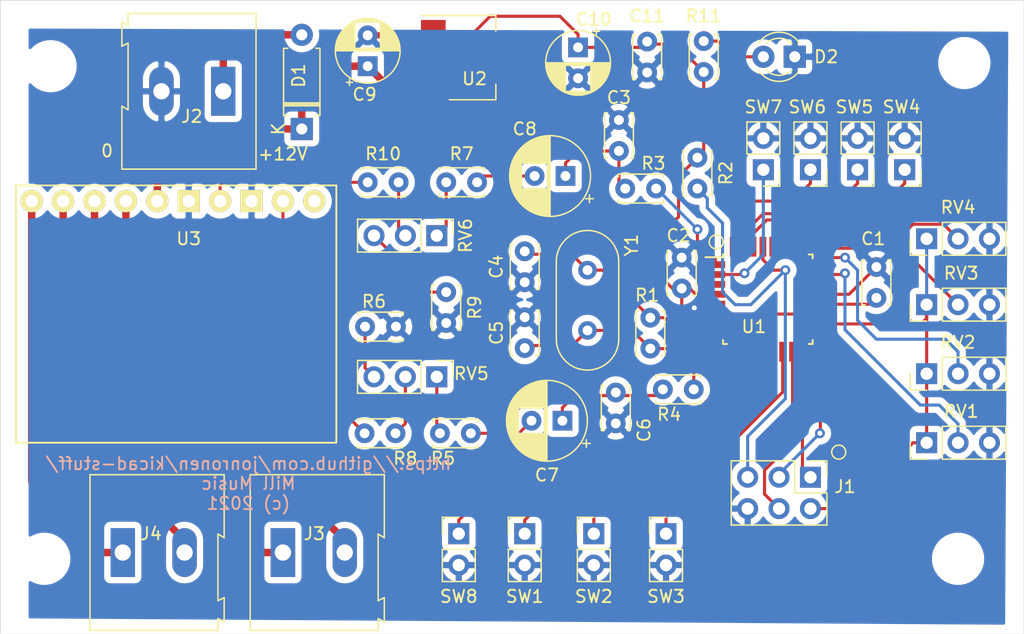
<source format=kicad_pcb>
(kicad_pcb (version 20171130) (host pcbnew 5.1.5+dfsg1-2build2)
  (layers (0 F.Cu signal) (31 B.Cu signal) (34 B.Paste user) (35 F.Paste user) (36 B.SilkS user) (37 F.SilkS user) (38 B.Mask user) (39 F.Mask user) (44 Edge.Cuts user))
  (net 0 "")
  (net 1 "Net-(C1-Pad1)")
  (net 2 GND)
  (net 3 +5V)
  (net 4 "Net-(C3-Pad1)")
  (net 5 "Net-(C4-Pad2)")
  (net 6 "Net-(C5-Pad2)")
  (net 7 "Net-(C6-Pad1)")
  (net 8 "Net-(C7-Pad2)")
  (net 9 "Net-(C8-Pad2)")
  (net 10 +12V)
  (net 11 "Net-(D1-Pad2)")
  (net 12 "Net-(D2-Pad2)")
  (net 13 "Net-(J1-Pad1)")
  (net 14 "Net-(J1-Pad3)")
  (net 15 "Net-(J1-Pad4)")
  (net 16 "Net-(J1-Pad5)")
  (net 17 "Net-(J3-Pad2)")
  (net 18 "Net-(J3-Pad1)")
  (net 19 "Net-(J4-Pad1)")
  (net 20 "Net-(J4-Pad2)")
  (net 21 "Net-(R3-Pad2)")
  (net 22 "Net-(R4-Pad2)")
  (net 23 "Net-(R5-Pad1)")
  (net 24 "Net-(R6-Pad2)")
  (net 25 "Net-(R7-Pad1)")
  (net 26 "Net-(R8-Pad2)")
  (net 27 "Net-(R8-Pad1)")
  (net 28 "Net-(R9-Pad1)")
  (net 29 "Net-(R10-Pad1)")
  (net 30 "Net-(R10-Pad2)")
  (net 31 /ADC0)
  (net 32 /ADC1)
  (net 33 /ADC2)
  (net 34 /ADC3)
  (net 35 /BTN1)
  (net 36 /BTN2)
  (net 37 /BTN3)
  (net 38 /BTN4)
  (net 39 /BTN5)
  (net 40 /BTN6)
  (net 41 /BTN7)
  (net 42 /BTN8)
  (net 43 "Net-(U1-Pad11)")
  (net 44 "Net-(U1-Pad19)")
  (net 45 "Net-(U1-Pad22)")
  (net 46 "Net-(U1-Pad27)")
  (net 47 "Net-(U1-Pad28)")
  (net 48 "Net-(U3-Pad10)")
  (module Capacitor_THT:C_Disc_D3.4mm_W2.1mm_P2.50mm (layer F.Cu) (at 164.084 90.17 90)
    (fp_text reference C3 (at 4.318 0 180) (layer F.SilkS))
    (fp_text value 33nF hide)
    (pad 2 thru_hole circle (at 2.5 0 90) (size 1.6 1.6) (drill 0.8) (layers *.Cu *.Mask) (net 2 GND))
    (pad 1 thru_hole circle (at 0 0 90) (size 1.6 1.6) (drill 0.8) (layers *.Cu *.Mask) (net 4 "Net-(C3-Pad1)"))
  )
  (module Connector_PinHeader_2.54mm:PinHeader_1x03_P2.54mm_Vertical (layer F.Cu) (at 188.976 102.616 90)
    (fp_text reference RV3 (at 2.54 2.794 180) (layer F.SilkS))
    (fp_text value 47K hide)
    (pad 1 thru_hole rect (at 0 0 90) (size 1.7 1.7) (drill 1) (layers *.Cu *.Mask) (net 3 +5V))
    (pad 2 thru_hole oval (at 0 2.54 90) (size 1.7 1.7) (drill 1) (layers *.Cu *.Mask) (net 33 /ADC2))
    (pad 3 thru_hole oval (at 0 5.08 90) (size 1.7 1.7) (drill 1) (layers *.Cu *.Mask) (net 2 GND))
  )
  (module Capacitor_THT:CP_Radial_D6.3mm_P2.50mm (layer F.Cu) (at 159.512 112.014 180)
    (fp_text reference C7 (at 1.25 -4.4) (layer F.SilkS))
    (fp_text value 100uF hide)
    (pad 1 thru_hole rect (at 0 0 180) (size 1.6 1.6) (drill 0.8) (layers *.Cu *.Mask) (net 7 "Net-(C6-Pad1)"))
    (pad 2 thru_hole circle (at 2.5 0 180) (size 1.6 1.6) (drill 0.8) (layers *.Cu *.Mask) (net 8 "Net-(C7-Pad2)"))
  )
  (module Capacitor_THT:CP_Radial_D6.3mm_P2.50mm (layer F.Cu) (at 159.766 92.202 180)
    (fp_text reference C8 (at 3.302 3.81) (layer F.SilkS))
    (fp_text value 100uF hide)
    (pad 2 thru_hole circle (at 2.5 0 180) (size 1.6 1.6) (drill 0.8) (layers *.Cu *.Mask) (net 9 "Net-(C8-Pad2)"))
    (pad 1 thru_hole rect (at 0 0 180) (size 1.6 1.6) (drill 0.8) (layers *.Cu *.Mask) (net 4 "Net-(C3-Pad1)"))
  )
  (module Capacitor_THT:CP_Radial_D5.0mm_P2.50mm (layer F.Cu) (at 143.764 83.312 90)
    (fp_text reference C9 (at -2.286 -0.254 180) (layer F.SilkS))
    (fp_text value 47uF hide)
    (pad 1 thru_hole rect (at 0 0 90) (size 1.6 1.6) (drill 0.8) (layers *.Cu *.Mask) (net 10 +12V))
    (pad 2 thru_hole circle (at 2.5 0 90) (size 1.6 1.6) (drill 0.8) (layers *.Cu *.Mask) (net 2 GND))
  )
  (module Capacitor_THT:CP_Radial_D5.0mm_P2.50mm (layer F.Cu) (at 160.782 81.788 270)
    (fp_text reference C10 (at -2.286 -1.27 180) (layer F.SilkS))
    (fp_text value 47uF hide)
    (pad 2 thru_hole circle (at 2.5 0 270) (size 1.6 1.6) (drill 0.8) (layers *.Cu *.Mask) (net 2 GND))
    (pad 1 thru_hole rect (at 0 0 270) (size 1.6 1.6) (drill 0.8) (layers *.Cu *.Mask) (net 3 +5V))
  )
  (module Diode_THT:D_A-405_P7.62mm_Horizontal (layer F.Cu) (at 138.43 88.392 90)
    (fp_text reference D1 (at 4.318 -0.254 90) (layer F.SilkS))
    (fp_text value D hide)
    (fp_text user K (at 0 -1.9 90) (layer F.SilkS))
    (pad 1 thru_hole rect (at 0 0 90) (size 1.8 1.8) (drill 0.9) (layers *.Cu *.Mask) (net 10 +12V))
    (pad 2 thru_hole oval (at 7.62 0 90) (size 1.8 1.8) (drill 0.9) (layers *.Cu *.Mask) (net 11 "Net-(D1-Pad2)"))
  )
  (module LED_THT:LED_D3.0mm (layer F.Cu) (at 178.308 82.55 180)
    (fp_text reference D2 (at -2.54 0) (layer F.SilkS))
    (fp_text value LED hide)
    (pad 1 thru_hole rect (at 0 0 180) (size 1.8 1.8) (drill 0.9) (layers *.Cu *.Mask) (net 2 GND))
    (pad 2 thru_hole circle (at 2.54 0 180) (size 1.8 1.8) (drill 0.9) (layers *.Cu *.Mask) (net 12 "Net-(D2-Pad2)"))
  )
  (module MountingHole:MountingHole_3.2mm_M3_ISO14580 (layer F.Cu) (at 192.024 83.058)
    (fp_text reference H1 hide)
    (fp_text value MountingHole hide)
    (pad 1 np_thru_hole circle (at 0 0) (size 3.2 3.2) (drill 3.2) (layers *.Cu *.Mask))
  )
  (module MountingHole:MountingHole_3.2mm_M3_ISO14580 (layer F.Cu) (at 191.516 123.19)
    (fp_text reference H2 hide)
    (fp_text value MountingHole hide)
    (pad 1 np_thru_hole circle (at 0 0) (size 3.2 3.2) (drill 3.2) (layers *.Cu *.Mask))
  )
  (module MountingHole:MountingHole_3.2mm_M3_ISO14580 (layer F.Cu) (at 117.602 123.19)
    (fp_text reference H3 hide)
    (fp_text value MountingHole hide)
    (pad 1 np_thru_hole circle (at 0 0) (size 3.2 3.2) (drill 3.2) (layers *.Cu *.Mask))
  )
  (module MountingHole:MountingHole_3.2mm_M3_ISO14580 (layer F.Cu) (at 118.11 83.312)
    (fp_text reference H4 hide)
    (fp_text value MountingHole hide)
    (pad 1 np_thru_hole circle (at 0 0) (size 3.2 3.2) (drill 3.2) (layers *.Cu *.Mask))
  )
  (module Connector_PinHeader_2.54mm:PinHeader_2x03_P2.54mm_Vertical (layer F.Cu) (at 179.578 116.586 270)
    (fp_text reference J1 (at 0.762 -2.794 180) (layer F.SilkS))
    (fp_text value Conn_02x03_Odd_Even hide)
    (pad 1 thru_hole rect (at 0 0 270) (size 1.7 1.7) (drill 1) (layers *.Cu *.Mask) (net 13 "Net-(J1-Pad1)"))
    (pad 2 thru_hole oval (at 2.54 0 270) (size 1.7 1.7) (drill 1) (layers *.Cu *.Mask) (net 3 +5V))
    (pad 3 thru_hole oval (at 0 2.54 270) (size 1.7 1.7) (drill 1) (layers *.Cu *.Mask) (net 14 "Net-(J1-Pad3)"))
    (pad 4 thru_hole oval (at 2.54 2.54 270) (size 1.7 1.7) (drill 1) (layers *.Cu *.Mask) (net 15 "Net-(J1-Pad4)"))
    (pad 5 thru_hole oval (at 0 5.08 270) (size 1.7 1.7) (drill 1) (layers *.Cu *.Mask) (net 16 "Net-(J1-Pad5)"))
    (pad 6 thru_hole oval (at 2.54 5.08 270) (size 1.7 1.7) (drill 1) (layers *.Cu *.Mask) (net 2 GND))
  )
  (module TerminalBlock:TerminalBlock_Altech_AK300-2_P5.00mm (layer F.Cu) (at 132.08 85.344 180)
    (fp_text reference J2 (at 2.54 -2.032) (layer F.SilkS))
    (fp_text value Screw_Terminal_01x02 hide)
    (pad 1 thru_hole rect (at 0 0 180) (size 1.98 3.96) (drill 1.32) (layers *.Cu *.Mask) (net 11 "Net-(D1-Pad2)"))
    (pad 2 thru_hole oval (at 5 0 180) (size 1.98 3.96) (drill 1.32) (layers *.Cu *.Mask) (net 2 GND))
  )
  (module TerminalBlock:TerminalBlock_Altech_AK300-2_P5.00mm (layer F.Cu) (at 136.906 122.682)
    (fp_text reference J3 (at 2.54 -1.524) (layer F.SilkS))
    (fp_text value Screw_Terminal_01x02 hide)
    (pad 2 thru_hole oval (at 5 0) (size 1.98 3.96) (drill 1.32) (layers *.Cu *.Mask) (net 17 "Net-(J3-Pad2)"))
    (pad 1 thru_hole rect (at 0 0) (size 1.98 3.96) (drill 1.32) (layers *.Cu *.Mask) (net 18 "Net-(J3-Pad1)"))
  )
  (module TerminalBlock:TerminalBlock_Altech_AK300-2_P5.00mm (layer F.Cu) (at 123.952 122.682)
    (fp_text reference J4 (at 2.286 -1.524) (layer F.SilkS))
    (fp_text value Screw_Terminal_01x02 hide)
    (pad 1 thru_hole rect (at 0 0) (size 1.98 3.96) (drill 1.32) (layers *.Cu *.Mask) (net 19 "Net-(J4-Pad1)"))
    (pad 2 thru_hole oval (at 5 0) (size 1.98 3.96) (drill 1.32) (layers *.Cu *.Mask) (net 20 "Net-(J4-Pad2)"))
  )
  (module Capacitor_THT:C_Disc_D3.4mm_W2.1mm_P2.50mm (layer F.Cu) (at 166.624 103.672 270)
    (fp_text reference R1 (at -1.818 0.254 180) (layer F.SilkS))
    (fp_text value 1M hide)
    (pad 1 thru_hole circle (at 0 0 270) (size 1.6 1.6) (drill 0.8) (layers *.Cu *.Mask) (net 5 "Net-(C4-Pad2)"))
    (pad 2 thru_hole circle (at 2.5 0 270) (size 1.6 1.6) (drill 0.8) (layers *.Cu *.Mask) (net 6 "Net-(C5-Pad2)"))
  )
  (module Capacitor_THT:C_Disc_D3.4mm_W2.1mm_P2.50mm (layer F.Cu) (at 170.434 90.718 270)
    (fp_text reference R2 (at 1.25 -2.3 90) (layer F.SilkS))
    (fp_text value 10K hide)
    (pad 1 thru_hole circle (at 0 0 270) (size 1.6 1.6) (drill 0.8) (layers *.Cu *.Mask) (net 3 +5V))
    (pad 2 thru_hole circle (at 2.5 0 270) (size 1.6 1.6) (drill 0.8) (layers *.Cu *.Mask) (net 16 "Net-(J1-Pad5)"))
  )
  (module Capacitor_THT:C_Disc_D3.4mm_W2.1mm_P2.50mm (layer F.Cu) (at 164.592 93.218)
    (fp_text reference R3 (at 2.286 -2.032) (layer F.SilkS))
    (fp_text value 2.2K hide)
    (pad 2 thru_hole circle (at 2.5 0) (size 1.6 1.6) (drill 0.8) (layers *.Cu *.Mask) (net 21 "Net-(R3-Pad2)"))
    (pad 1 thru_hole circle (at 0 0) (size 1.6 1.6) (drill 0.8) (layers *.Cu *.Mask) (net 4 "Net-(C3-Pad1)"))
  )
  (module Capacitor_THT:C_Disc_D3.4mm_W2.1mm_P2.50mm (layer F.Cu) (at 167.64 109.474)
    (fp_text reference R4 (at 0.508 2.032) (layer F.SilkS))
    (fp_text value 2.2K hide)
    (pad 1 thru_hole circle (at 0 0) (size 1.6 1.6) (drill 0.8) (layers *.Cu *.Mask) (net 7 "Net-(C6-Pad1)"))
    (pad 2 thru_hole circle (at 2.5 0) (size 1.6 1.6) (drill 0.8) (layers *.Cu *.Mask) (net 22 "Net-(R4-Pad2)"))
  )
  (module Capacitor_THT:C_Disc_D3.4mm_W2.1mm_P2.50mm (layer F.Cu) (at 149.606 113.03)
    (fp_text reference R5 (at 0.254 2.032) (layer F.SilkS))
    (fp_text value 47K hide)
    (pad 2 thru_hole circle (at 2.5 0) (size 1.6 1.6) (drill 0.8) (layers *.Cu *.Mask) (net 8 "Net-(C7-Pad2)"))
    (pad 1 thru_hole circle (at 0 0) (size 1.6 1.6) (drill 0.8) (layers *.Cu *.Mask) (net 23 "Net-(R5-Pad1)"))
  )
  (module Capacitor_THT:C_Disc_D3.4mm_W2.1mm_P2.50mm (layer F.Cu) (at 146.05 104.394 180)
    (fp_text reference R6 (at 1.778 2.032) (layer F.SilkS))
    (fp_text value 1K hide)
    (pad 2 thru_hole circle (at 2.5 0 180) (size 1.6 1.6) (drill 0.8) (layers *.Cu *.Mask) (net 24 "Net-(R6-Pad2)"))
    (pad 1 thru_hole circle (at 0 0 180) (size 1.6 1.6) (drill 0.8) (layers *.Cu *.Mask) (net 2 GND))
  )
  (module Capacitor_THT:C_Disc_D3.4mm_W2.1mm_P2.50mm (layer F.Cu) (at 150.114 92.71)
    (fp_text reference R7 (at 1.25 -2.3) (layer F.SilkS))
    (fp_text value 47K hide)
    (pad 1 thru_hole circle (at 0 0) (size 1.6 1.6) (drill 0.8) (layers *.Cu *.Mask) (net 25 "Net-(R7-Pad1)"))
    (pad 2 thru_hole circle (at 2.5 0) (size 1.6 1.6) (drill 0.8) (layers *.Cu *.Mask) (net 9 "Net-(C8-Pad2)"))
  )
  (module Capacitor_THT:C_Disc_D3.4mm_W2.1mm_P2.50mm (layer F.Cu) (at 143.51 113.03)
    (fp_text reference R8 (at 3.302 2.032) (layer F.SilkS))
    (fp_text value 1K hide)
    (pad 2 thru_hole circle (at 2.5 0) (size 1.6 1.6) (drill 0.8) (layers *.Cu *.Mask) (net 26 "Net-(R8-Pad2)"))
    (pad 1 thru_hole circle (at 0 0) (size 1.6 1.6) (drill 0.8) (layers *.Cu *.Mask) (net 27 "Net-(R8-Pad1)"))
  )
  (module Capacitor_THT:C_Disc_D3.4mm_W2.1mm_P2.50mm (layer F.Cu) (at 150.114 101.6 270)
    (fp_text reference R9 (at 1.25 -2.3 90) (layer F.SilkS))
    (fp_text value 1K hide)
    (pad 1 thru_hole circle (at 0 0 270) (size 1.6 1.6) (drill 0.8) (layers *.Cu *.Mask) (net 28 "Net-(R9-Pad1)"))
    (pad 2 thru_hole circle (at 2.5 0 270) (size 1.6 1.6) (drill 0.8) (layers *.Cu *.Mask) (net 2 GND))
  )
  (module Capacitor_THT:C_Disc_D3.4mm_W2.1mm_P2.50mm (layer F.Cu) (at 143.764 92.71)
    (fp_text reference R10 (at 1.25 -2.3) (layer F.SilkS))
    (fp_text value 1K hide)
    (pad 1 thru_hole circle (at 0 0) (size 1.6 1.6) (drill 0.8) (layers *.Cu *.Mask) (net 29 "Net-(R10-Pad1)"))
    (pad 2 thru_hole circle (at 2.5 0) (size 1.6 1.6) (drill 0.8) (layers *.Cu *.Mask) (net 30 "Net-(R10-Pad2)"))
  )
  (module Capacitor_THT:C_Disc_D3.4mm_W2.1mm_P2.50mm (layer F.Cu) (at 170.942 81.28 270)
    (fp_text reference R11 (at -2.032 0 180) (layer F.SilkS))
    (fp_text value 1K hide)
    (pad 2 thru_hole circle (at 2.5 0 270) (size 1.6 1.6) (drill 0.8) (layers *.Cu *.Mask) (net 3 +5V))
    (pad 1 thru_hole circle (at 0 0 270) (size 1.6 1.6) (drill 0.8) (layers *.Cu *.Mask) (net 12 "Net-(D2-Pad2)"))
  )
  (module Connector_PinHeader_2.54mm:PinHeader_1x03_P2.54mm_Vertical (layer F.Cu) (at 188.976 113.792 90)
    (fp_text reference RV1 (at 2.54 2.794 180) (layer F.SilkS))
    (fp_text value 47K hide)
    (pad 1 thru_hole rect (at 0 0 90) (size 1.7 1.7) (drill 1) (layers *.Cu *.Mask) (net 3 +5V))
    (pad 2 thru_hole oval (at 0 2.54 90) (size 1.7 1.7) (drill 1) (layers *.Cu *.Mask) (net 31 /ADC0))
    (pad 3 thru_hole oval (at 0 5.08 90) (size 1.7 1.7) (drill 1) (layers *.Cu *.Mask) (net 2 GND))
  )
  (module Connector_PinHeader_2.54mm:PinHeader_1x03_P2.54mm_Vertical (layer F.Cu) (at 188.976 108.204 90)
    (fp_text reference RV2 (at 2.54 2.54 180) (layer F.SilkS))
    (fp_text value 47K hide)
    (pad 1 thru_hole rect (at 0 0 90) (size 1.7 1.7) (drill 1) (layers *.Cu *.Mask) (net 3 +5V))
    (pad 2 thru_hole oval (at 0 2.54 90) (size 1.7 1.7) (drill 1) (layers *.Cu *.Mask) (net 32 /ADC1))
    (pad 3 thru_hole oval (at 0 5.08 90) (size 1.7 1.7) (drill 1) (layers *.Cu *.Mask) (net 2 GND))
  )
  (module Connector_PinHeader_2.54mm:PinHeader_1x03_P2.54mm_Vertical (layer F.Cu) (at 188.976 97.282 90)
    (fp_text reference RV4 (at 2.54 2.54 180) (layer F.SilkS))
    (fp_text value 47K hide)
    (pad 3 thru_hole oval (at 0 5.08 90) (size 1.7 1.7) (drill 1) (layers *.Cu *.Mask) (net 2 GND))
    (pad 2 thru_hole oval (at 0 2.54 90) (size 1.7 1.7) (drill 1) (layers *.Cu *.Mask) (net 34 /ADC3))
    (pad 1 thru_hole rect (at 0 0 90) (size 1.7 1.7) (drill 1) (layers *.Cu *.Mask) (net 3 +5V))
  )
  (module Connector_PinHeader_2.54mm:PinHeader_1x03_P2.54mm_Vertical (layer F.Cu) (at 149.352 108.458 270)
    (fp_text reference RV5 (at -0.254 -2.794 180) (layer F.SilkS))
    (fp_text value 10K hide)
    (pad 1 thru_hole rect (at 0 0 270) (size 1.7 1.7) (drill 1) (layers *.Cu *.Mask) (net 23 "Net-(R5-Pad1)"))
    (pad 2 thru_hole oval (at 0 2.54 270) (size 1.7 1.7) (drill 1) (layers *.Cu *.Mask) (net 26 "Net-(R8-Pad2)"))
    (pad 3 thru_hole oval (at 0 5.08 270) (size 1.7 1.7) (drill 1) (layers *.Cu *.Mask) (net 24 "Net-(R6-Pad2)"))
  )
  (module Connector_PinHeader_2.54mm:PinHeader_1x03_P2.54mm_Vertical (layer F.Cu) (at 149.352 97.028 270)
    (fp_text reference RV6 (at 0 -2.33 90) (layer F.SilkS))
    (fp_text value 10K hide)
    (pad 3 thru_hole oval (at 0 5.08 270) (size 1.7 1.7) (drill 1) (layers *.Cu *.Mask) (net 28 "Net-(R9-Pad1)"))
    (pad 2 thru_hole oval (at 0 2.54 270) (size 1.7 1.7) (drill 1) (layers *.Cu *.Mask) (net 30 "Net-(R10-Pad2)"))
    (pad 1 thru_hole rect (at 0 0 270) (size 1.7 1.7) (drill 1) (layers *.Cu *.Mask) (net 25 "Net-(R7-Pad1)"))
  )
  (module Connector_PinHeader_2.54mm:PinHeader_1x02_P2.54mm_Vertical (layer F.Cu) (at 156.464 121.158)
    (fp_text reference SW1 (at 0 5.08) (layer F.SilkS))
    (fp_text value SW_Push hide)
    (pad 1 thru_hole rect (at 0 0) (size 1.7 1.7) (drill 1) (layers *.Cu *.Mask) (net 35 /BTN1))
    (pad 2 thru_hole oval (at 0 2.54) (size 1.7 1.7) (drill 1) (layers *.Cu *.Mask) (net 2 GND))
  )
  (module Connector_PinHeader_2.54mm:PinHeader_1x02_P2.54mm_Vertical (layer F.Cu) (at 162.052 121.158)
    (fp_text reference SW2 (at 0 5.08) (layer F.SilkS))
    (fp_text value SW_Push hide)
    (pad 2 thru_hole oval (at 0 2.54) (size 1.7 1.7) (drill 1) (layers *.Cu *.Mask) (net 2 GND))
    (pad 1 thru_hole rect (at 0 0) (size 1.7 1.7) (drill 1) (layers *.Cu *.Mask) (net 36 /BTN2))
  )
  (module Connector_PinHeader_2.54mm:PinHeader_1x02_P2.54mm_Vertical (layer F.Cu) (at 167.894 121.158)
    (fp_text reference SW3 (at 0 5.08) (layer F.SilkS))
    (fp_text value SW_Push hide)
    (pad 1 thru_hole rect (at 0 0) (size 1.7 1.7) (drill 1) (layers *.Cu *.Mask) (net 37 /BTN3))
    (pad 2 thru_hole oval (at 0 2.54) (size 1.7 1.7) (drill 1) (layers *.Cu *.Mask) (net 2 GND))
  )
  (module Connector_PinHeader_2.54mm:PinHeader_1x02_P2.54mm_Vertical (layer F.Cu) (at 187.198 91.694 180)
    (fp_text reference SW4 (at 0.254 5.08) (layer F.SilkS))
    (fp_text value SW_Push hide)
    (pad 2 thru_hole oval (at 0 2.54 180) (size 1.7 1.7) (drill 1) (layers *.Cu *.Mask) (net 2 GND))
    (pad 1 thru_hole rect (at 0 0 180) (size 1.7 1.7) (drill 1) (layers *.Cu *.Mask) (net 38 /BTN4))
  )
  (module Connector_PinHeader_2.54mm:PinHeader_1x02_P2.54mm_Vertical (layer F.Cu) (at 183.388 91.694 180)
    (fp_text reference SW5 (at 0.254 5.08) (layer F.SilkS))
    (fp_text value SW_Push hide)
    (pad 1 thru_hole rect (at 0 0 180) (size 1.7 1.7) (drill 1) (layers *.Cu *.Mask) (net 39 /BTN5))
    (pad 2 thru_hole oval (at 0 2.54 180) (size 1.7 1.7) (drill 1) (layers *.Cu *.Mask) (net 2 GND))
  )
  (module Connector_PinHeader_2.54mm:PinHeader_1x02_P2.54mm_Vertical (layer F.Cu) (at 179.578 91.694 180)
    (fp_text reference SW6 (at 0.254 5.08) (layer F.SilkS))
    (fp_text value SW_Push hide)
    (pad 2 thru_hole oval (at 0 2.54 180) (size 1.7 1.7) (drill 1) (layers *.Cu *.Mask) (net 2 GND))
    (pad 1 thru_hole rect (at 0 0 180) (size 1.7 1.7) (drill 1) (layers *.Cu *.Mask) (net 40 /BTN6))
  )
  (module Connector_PinHeader_2.54mm:PinHeader_1x02_P2.54mm_Vertical (layer F.Cu) (at 175.768 91.694 180)
    (fp_text reference SW7 (at 0 5.08) (layer F.SilkS))
    (fp_text value SW_Push hide)
    (pad 1 thru_hole rect (at 0 0 180) (size 1.7 1.7) (drill 1) (layers *.Cu *.Mask) (net 41 /BTN7))
    (pad 2 thru_hole oval (at 0 2.54 180) (size 1.7 1.7) (drill 1) (layers *.Cu *.Mask) (net 2 GND))
  )
  (module Connector_PinHeader_2.54mm:PinHeader_1x02_P2.54mm_Vertical (layer F.Cu) (at 151.13 121.158)
    (fp_text reference SW8 (at 0 5.08) (layer F.SilkS))
    (fp_text value SW_Push hide)
    (pad 2 thru_hole oval (at 0 2.54) (size 1.7 1.7) (drill 1) (layers *.Cu *.Mask) (net 2 GND))
    (pad 1 thru_hole rect (at 0 0) (size 1.7 1.7) (drill 1) (layers *.Cu *.Mask) (net 42 /BTN8))
  )
  (module Package_QFP:TQFP-32_7x7mm_P0.8mm (layer F.Cu) (at 176.13 102.176)
    (fp_text reference U1 (at -1.124 2.218) (layer F.SilkS))
    (fp_text value ATmega328-AU hide)
    (pad 1 smd rect (at -4.25 -2.8) (size 1.6 0.55) (layers F.Cu F.Paste F.Mask) (net 21 "Net-(R3-Pad2)"))
    (pad 2 smd rect (at -4.25 -2) (size 1.6 0.55) (layers F.Cu F.Paste F.Mask) (net 41 /BTN7))
    (pad 3 smd rect (at -4.25 -1.2) (size 1.6 0.55) (layers F.Cu F.Paste F.Mask) (net 2 GND))
    (pad 4 smd rect (at -4.25 -0.4) (size 1.6 0.55) (layers F.Cu F.Paste F.Mask) (net 3 +5V))
    (pad 5 smd rect (at -4.25 0.4) (size 1.6 0.55) (layers F.Cu F.Paste F.Mask) (net 2 GND))
    (pad 6 smd rect (at -4.25 1.2) (size 1.6 0.55) (layers F.Cu F.Paste F.Mask) (net 3 +5V))
    (pad 7 smd rect (at -4.25 2) (size 1.6 0.55) (layers F.Cu F.Paste F.Mask) (net 5 "Net-(C4-Pad2)"))
    (pad 8 smd rect (at -4.25 2.8) (size 1.6 0.55) (layers F.Cu F.Paste F.Mask) (net 6 "Net-(C5-Pad2)"))
    (pad 9 smd rect (at -2.8 4.25 90) (size 1.6 0.55) (layers F.Cu F.Paste F.Mask) (net 22 "Net-(R4-Pad2)"))
    (pad 10 smd rect (at -2 4.25 90) (size 1.6 0.55) (layers F.Cu F.Paste F.Mask) (net 42 /BTN8))
    (pad 11 smd rect (at -1.2 4.25 90) (size 1.6 0.55) (layers F.Cu F.Paste F.Mask) (net 43 "Net-(U1-Pad11)"))
    (pad 12 smd rect (at -0.4 4.25 90) (size 1.6 0.55) (layers F.Cu F.Paste F.Mask) (net 35 /BTN1))
    (pad 13 smd rect (at 0.4 4.25 90) (size 1.6 0.55) (layers F.Cu F.Paste F.Mask) (net 36 /BTN2))
    (pad 14 smd rect (at 1.2 4.25 90) (size 1.6 0.55) (layers F.Cu F.Paste F.Mask) (net 37 /BTN3))
    (pad 15 smd rect (at 2 4.25 90) (size 1.6 0.55) (layers F.Cu F.Paste F.Mask) (net 15 "Net-(J1-Pad4)"))
    (pad 16 smd rect (at 2.8 4.25 90) (size 1.6 0.55) (layers F.Cu F.Paste F.Mask) (net 13 "Net-(J1-Pad1)"))
    (pad 17 smd rect (at 4.25 2.8) (size 1.6 0.55) (layers F.Cu F.Paste F.Mask) (net 14 "Net-(J1-Pad3)"))
    (pad 18 smd rect (at 4.25 2) (size 1.6 0.55) (layers F.Cu F.Paste F.Mask) (net 3 +5V))
    (pad 19 smd rect (at 4.25 1.2) (size 1.6 0.55) (layers F.Cu F.Paste F.Mask) (net 44 "Net-(U1-Pad19)"))
    (pad 20 smd rect (at 4.25 0.4) (size 1.6 0.55) (layers F.Cu F.Paste F.Mask) (net 1 "Net-(C1-Pad1)"))
    (pad 21 smd rect (at 4.25 -0.4) (size 1.6 0.55) (layers F.Cu F.Paste F.Mask) (net 2 GND))
    (pad 22 smd rect (at 4.25 -1.2) (size 1.6 0.55) (layers F.Cu F.Paste F.Mask) (net 45 "Net-(U1-Pad22)"))
    (pad 23 smd rect (at 4.25 -2) (size 1.6 0.55) (layers F.Cu F.Paste F.Mask) (net 31 /ADC0))
    (pad 24 smd rect (at 4.25 -2.8) (size 1.6 0.55) (layers F.Cu F.Paste F.Mask) (net 32 /ADC1))
    (pad 25 smd rect (at 2.8 -4.25 90) (size 1.6 0.55) (layers F.Cu F.Paste F.Mask) (net 33 /ADC2))
    (pad 26 smd rect (at 2 -4.25 90) (size 1.6 0.55) (layers F.Cu F.Paste F.Mask) (net 34 /ADC3))
    (pad 27 smd rect (at 1.2 -4.25 90) (size 1.6 0.55) (layers F.Cu F.Paste F.Mask) (net 46 "Net-(U1-Pad27)"))
    (pad 28 smd rect (at 0.4 -4.25 90) (size 1.6 0.55) (layers F.Cu F.Paste F.Mask) (net 47 "Net-(U1-Pad28)"))
    (pad 29 smd rect (at -0.4 -4.25 90) (size 1.6 0.55) (layers F.Cu F.Paste F.Mask) (net 16 "Net-(J1-Pad5)"))
    (pad 30 smd rect (at -1.2 -4.25 90) (size 1.6 0.55) (layers F.Cu F.Paste F.Mask) (net 38 /BTN4))
    (pad 31 smd rect (at -2 -4.25 90) (size 1.6 0.55) (layers F.Cu F.Paste F.Mask) (net 39 /BTN5))
    (pad 32 smd rect (at -2.8 -4.25 90) (size 1.6 0.55) (layers F.Cu F.Paste F.Mask) (net 40 /BTN6))
  )
  (module Package_TO_SOT_SMD:SOT-223-3_TabPin2 (layer F.Cu) (at 152.221001 82.619001)
    (fp_text reference U2 (at 0.178999 1.708999) (layer F.SilkS))
    (fp_text value LM1117-5.0 hide)
    (pad 2 smd rect (at 3.15 0) (size 2 3.8) (layers F.Cu F.Paste F.Mask))
    (pad 2 smd rect (at -3.15 0) (size 2 1.5) (layers F.Cu F.Paste F.Mask) (net 3 +5V))
    (pad 3 smd rect (at -3.15 2.3) (size 2 1.5) (layers F.Cu F.Paste F.Mask) (net 10 +12V))
    (pad 1 smd rect (at -3.15 -2.3) (size 2 1.5) (layers F.Cu F.Paste F.Mask) (net 2 GND))
  )
  (module my_shit:OEP30Wx2 (layer F.Cu) (at 125.476 103.124 90)
    (fp_text reference U3 (at 5.842 3.81 180) (layer F.SilkS))
    (fp_text value OEP30Wx2-Module hide)
    (pad 7 thru_hole circle (at 8.89 6.35 90) (size 1.8 1.8) (drill 1) (layers *.Cu *.Mask F.SilkS) (net 29 "Net-(R10-Pad1)"))
    (pad 6 thru_hole rect (at 8.89 3.81 90) (size 1.8 1.8) (drill 1) (layers *.Cu *.Mask F.SilkS) (net 2 GND))
    (pad 5 thru_hole circle (at 8.89 1.27 90) (size 1.8 1.8) (drill 1) (layers *.Cu *.Mask F.SilkS) (net 10 +12V))
    (pad 4 thru_hole circle (at 8.89 -1.27 90) (size 1.8 1.8) (drill 1) (layers *.Cu *.Mask F.SilkS) (net 17 "Net-(J3-Pad2)"))
    (pad 3 thru_hole circle (at 8.89 -3.81 90) (size 1.8 1.8) (drill 1) (layers *.Cu *.Mask F.SilkS) (net 18 "Net-(J3-Pad1)"))
    (pad 2 thru_hole circle (at 8.89 -6.35 90) (size 1.8 1.8) (drill 1) (layers *.Cu *.Mask F.SilkS) (net 20 "Net-(J4-Pad2)"))
    (pad 1 thru_hole circle (at 8.89 -8.89 90) (size 1.8 1.8) (drill 1) (layers *.Cu *.Mask F.SilkS) (net 19 "Net-(J4-Pad1)"))
    (pad 9 thru_hole circle (at 8.89 11.43 90) (size 1.8 1.8) (drill 1) (layers *.Cu *.Mask F.SilkS) (net 27 "Net-(R8-Pad1)"))
    (pad 8 thru_hole rect (at 8.89 8.89 90) (size 1.8 1.8) (drill 1) (layers *.Cu *.Mask F.SilkS) (net 2 GND))
    (pad 10 thru_hole circle (at 8.89 13.97 90) (size 1.8 1.8) (drill 1) (layers *.Cu *.Mask F.SilkS) (net 48 "Net-(U3-Pad10)"))
  )
  (module Crystal:Crystal_HC49-U_Vertical (layer F.Cu) (at 161.544 99.822 270)
    (fp_text reference Y1 (at -2.032 -3.556 90) (layer F.SilkS))
    (fp_text value 16MHz hide)
    (pad 1 thru_hole circle (at 0 0 270) (size 1.5 1.5) (drill 0.8) (layers *.Cu *.Mask) (net 5 "Net-(C4-Pad2)"))
    (pad 2 thru_hole circle (at 4.88 0 270) (size 1.5 1.5) (drill 0.8) (layers *.Cu *.Mask) (net 6 "Net-(C5-Pad2)"))
  )
  (module Capacitor_THT:C_Disc_D3.4mm_W2.1mm_P2.50mm (layer F.Cu) (at 184.912 102.068 90)
    (fp_text reference C1 (at 4.786 -0.254 180) (layer F.SilkS))
    (fp_text value 100nF hide)
    (pad 2 thru_hole circle (at 2.5 0 90) (size 1.6 1.6) (drill 0.8) (layers *.Cu *.Mask) (net 2 GND))
    (pad 1 thru_hole circle (at 0 0 90) (size 1.6 1.6) (drill 0.8) (layers *.Cu *.Mask) (net 1 "Net-(C1-Pad1)"))
  )
  (module Capacitor_THT:C_Disc_D3.4mm_W2.1mm_P2.50mm (layer F.Cu) (at 169.164 101.306 90)
    (fp_text reference C2 (at 4.278 -0.254 180) (layer F.SilkS))
    (fp_text value 100nF hide)
    (pad 1 thru_hole circle (at 0 0 90) (size 1.6 1.6) (drill 0.8) (layers *.Cu *.Mask) (net 3 +5V))
    (pad 2 thru_hole circle (at 2.5 0 90) (size 1.6 1.6) (drill 0.8) (layers *.Cu *.Mask) (net 2 GND))
  )
  (module Capacitor_THT:C_Disc_D3.4mm_W2.1mm_P2.50mm (layer F.Cu) (at 156.464 100.798 90)
    (fp_text reference C4 (at 1.25 -2.3 90) (layer F.SilkS))
    (fp_text value 22pF hide)
    (pad 1 thru_hole circle (at 0 0 90) (size 1.6 1.6) (drill 0.8) (layers *.Cu *.Mask) (net 2 GND))
    (pad 2 thru_hole circle (at 2.5 0 90) (size 1.6 1.6) (drill 0.8) (layers *.Cu *.Mask) (net 5 "Net-(C4-Pad2)"))
  )
  (module Capacitor_THT:C_Disc_D3.4mm_W2.1mm_P2.50mm (layer F.Cu) (at 156.464 103.632 270)
    (fp_text reference C5 (at 1.27 2.286 90) (layer F.SilkS))
    (fp_text value 22pF hide)
    (pad 2 thru_hole circle (at 2.5 0 270) (size 1.6 1.6) (drill 0.8) (layers *.Cu *.Mask) (net 6 "Net-(C5-Pad2)"))
    (pad 1 thru_hole circle (at 0 0 270) (size 1.6 1.6) (drill 0.8) (layers *.Cu *.Mask) (net 2 GND))
  )
  (module Capacitor_THT:C_Disc_D3.4mm_W2.1mm_P2.50mm (layer F.Cu) (at 163.83 109.728 270)
    (fp_text reference C6 (at 3.048 -2.286 90) (layer F.SilkS))
    (fp_text value 33nF hide)
    (pad 2 thru_hole circle (at 2.5 0 270) (size 1.6 1.6) (drill 0.8) (layers *.Cu *.Mask) (net 2 GND))
    (pad 1 thru_hole circle (at 0 0 270) (size 1.6 1.6) (drill 0.8) (layers *.Cu *.Mask) (net 7 "Net-(C6-Pad1)"))
  )
  (module Capacitor_THT:C_Disc_D3.4mm_W2.1mm_P2.50mm (layer F.Cu) (at 166.37 83.82 90)
    (fp_text reference C11 (at 4.572 0 180) (layer F.SilkS))
    (fp_text value 100nF hide)
    (pad 1 thru_hole circle (at 0 0 90) (size 1.6 1.6) (drill 0.8) (layers *.Cu *.Mask) (net 2 GND))
    (pad 2 thru_hole circle (at 2.5 0 90) (size 1.6 1.6) (drill 0.8) (layers *.Cu *.Mask) (net 3 +5V))
  )
  (gr_text 0 (at 122.682 90.17) (layer F.SilkS) (effects (font (size 1 1))))
  (gr_text +12V (at 136.906 90.424) (layer F.SilkS) (effects (font (size 1 1))))
  (gr_circle (center 171.958 97.536) (end 172.212 97.028) (layer F.SilkS) (width 0.12))
  (gr_text "https://github.com/jonronen/kicad-stuff/\nMill Music\n(c) 2021" (at 134.112 117.094) (layer B.SilkS) (effects (font (size 1 1)) (justify mirror)))
  (gr_circle (center 181.864 114.554) (end 182.118 114.046) (layer F.SilkS) (width 0.12))
  (gr_line (start 114.046 129.286) (end 114.046 77.978) (layer Edge.Cuts) (width 0.05))
  (gr_line (start 196.85 129.286) (end 114.046 129.286) (layer Edge.Cuts) (width 0.05))
  (gr_line (start 196.85 77.978) (end 196.85 129.286) (layer Edge.Cuts) (width 0.05))
  (gr_line (start 114.046 77.978) (end 196.85 77.978) (layer Edge.Cuts) (width 0.05))
  (segment (start 184.404 102.576) (end 184.912 102.068) (width 0.25) (layer F.Cu) (net 1))
  (segment (start 180.38 102.576) (end 184.404 102.576) (width 0.25) (layer F.Cu) (net 1))
  (segment (start 148.578002 80.812) (end 149.071001 80.319001) (width 0.25) (layer F.Cu) (net 2))
  (segment (start 143.764 80.812) (end 148.578002 80.812) (width 0.5) (layer F.Cu) (net 2))
  (segment (start 170.83 100.976) (end 171.88 100.976) (width 0.25) (layer F.Cu) (net 2))
  (segment (start 169.963999 100.109999) (end 170.83 100.976) (width 0.25) (layer F.Cu) (net 2))
  (segment (start 169.963999 99.605999) (end 169.963999 100.109999) (width 0.25) (layer F.Cu) (net 2))
  (segment (start 169.164 98.806) (end 169.963999 99.605999) (width 0.25) (layer F.Cu) (net 2))
  (segment (start 182.704 101.776) (end 184.912 99.568) (width 0.25) (layer F.Cu) (net 2))
  (segment (start 180.38 101.776) (end 182.704 101.776) (width 0.25) (layer F.Cu) (net 2))
  (via (at 170.18 102.87) (size 0.8) (drill 0.4) (layers F.Cu B.Cu) (net 2))
  (segment (start 170.474 102.576) (end 171.88 102.576) (width 0.25) (layer F.Cu) (net 2))
  (segment (start 170.18 102.87) (end 170.474 102.576) (width 0.25) (layer F.Cu) (net 2))
  (segment (start 160.782 80.738) (end 160.782 81.788) (width 0.25) (layer F.Cu) (net 3))
  (segment (start 159.314002 79.270002) (end 160.782 80.738) (width 0.25) (layer F.Cu) (net 3))
  (segment (start 153.67 79.270002) (end 159.314002 79.270002) (width 0.25) (layer F.Cu) (net 3))
  (segment (start 150.321001 82.619001) (end 153.67 79.270002) (width 0.25) (layer F.Cu) (net 3))
  (segment (start 149.071001 82.619001) (end 150.321001 82.619001) (width 0.25) (layer F.Cu) (net 3))
  (segment (start 166.361 81.788) (end 166.624 81.525) (width 0.25) (layer F.Cu) (net 3))
  (segment (start 160.782 81.788) (end 166.361 81.788) (width 0.25) (layer F.Cu) (net 3))
  (segment (start 168.687 81.525) (end 170.942 83.78) (width 0.25) (layer F.Cu) (net 3))
  (segment (start 166.624 81.525) (end 168.687 81.525) (width 0.25) (layer F.Cu) (net 3))
  (segment (start 170.942 90.21) (end 170.434 90.718) (width 0.25) (layer F.Cu) (net 3))
  (segment (start 170.942 83.78) (end 170.942 90.21) (width 0.25) (layer F.Cu) (net 3))
  (segment (start 179.519998 104.176) (end 180.38 104.176) (width 0.25) (layer F.Cu) (net 3))
  (segment (start 178.719998 103.376) (end 179.519998 104.176) (width 0.25) (layer F.Cu) (net 3))
  (segment (start 171.88 103.376) (end 178.719998 103.376) (width 0.25) (layer F.Cu) (net 3))
  (segment (start 170.83 101.776) (end 171.88 101.776) (width 0.25) (layer F.Cu) (net 3))
  (segment (start 170.294 101.776) (end 170.83 101.776) (width 0.25) (layer F.Cu) (net 3))
  (segment (start 169.864 101.346) (end 170.294 101.776) (width 0.25) (layer F.Cu) (net 3))
  (segment (start 169.164 101.346) (end 169.864 101.346) (width 0.25) (layer F.Cu) (net 3))
  (segment (start 170.83 103.376) (end 171.88 103.376) (width 0.25) (layer F.Cu) (net 3))
  (segment (start 170.565001 103.640999) (end 170.83 103.376) (width 0.25) (layer F.Cu) (net 3))
  (segment (start 169.623997 103.640999) (end 170.565001 103.640999) (width 0.25) (layer F.Cu) (net 3))
  (segment (start 169.164 103.181002) (end 169.623997 103.640999) (width 0.25) (layer F.Cu) (net 3))
  (segment (start 169.164 101.346) (end 169.164 103.181002) (width 0.25) (layer F.Cu) (net 3))
  (segment (start 169.308999 91.843001) (end 169.268999 91.843001) (width 0.25) (layer F.Cu) (net 3))
  (segment (start 170.434 90.718) (end 169.308999 91.843001) (width 0.25) (layer F.Cu) (net 3))
  (segment (start 169.268999 91.843001) (end 168.91 92.202) (width 0.25) (layer F.Cu) (net 3))
  (segment (start 168.91 92.202) (end 168.91 95.504) (width 0.25) (layer F.Cu) (net 3))
  (segment (start 168.91 95.504) (end 166.624 97.79) (width 0.25) (layer F.Cu) (net 3))
  (segment (start 168.464 101.346) (end 169.164 101.346) (width 0.25) (layer F.Cu) (net 3))
  (segment (start 166.624 99.506) (end 168.464 101.346) (width 0.25) (layer F.Cu) (net 3))
  (segment (start 166.624 97.79) (end 166.624 99.506) (width 0.25) (layer F.Cu) (net 3))
  (segment (start 188.976 103.716) (end 188.976 102.616) (width 0.25) (layer F.Cu) (net 3))
  (segment (start 188.516 104.176) (end 188.976 103.716) (width 0.25) (layer F.Cu) (net 3))
  (segment (start 180.38 104.176) (end 188.516 104.176) (width 0.25) (layer F.Cu) (net 3))
  (segment (start 188.976 102.616) (end 188.976 108.204) (width 0.25) (layer F.Cu) (net 3))
  (segment (start 188.976 108.204) (end 188.976 113.792) (width 0.25) (layer F.Cu) (net 3))
  (segment (start 182.542 119.126) (end 179.578 119.126) (width 0.25) (layer F.Cu) (net 3))
  (segment (start 187.876 113.792) (end 182.542 119.126) (width 0.25) (layer F.Cu) (net 3))
  (segment (start 188.976 113.792) (end 187.876 113.792) (width 0.25) (layer F.Cu) (net 3))
  (segment (start 188.976 97.282) (end 188.976 102.616) (width 0.25) (layer B.Cu) (net 3))
  (segment (start 163.384 90.179) (end 164.084 90.179) (width 0.25) (layer F.Cu) (net 4))
  (segment (start 160.739 90.179) (end 163.384 90.179) (width 0.25) (layer F.Cu) (net 4))
  (segment (start 159.766 91.152) (end 160.739 90.179) (width 0.25) (layer F.Cu) (net 4))
  (segment (start 159.766 92.202) (end 159.766 91.152) (width 0.25) (layer F.Cu) (net 4))
  (segment (start 164.084 92.71) (end 164.592 93.218) (width 0.25) (layer F.Cu) (net 4))
  (segment (start 164.084 90.179) (end 164.084 92.71) (width 0.25) (layer F.Cu) (net 4))
  (segment (start 170.83 104.176) (end 171.88 104.176) (width 0.25) (layer F.Cu) (net 5))
  (segment (start 168.25937 104.176) (end 170.83 104.176) (width 0.25) (layer F.Cu) (net 5))
  (segment (start 167.75537 103.672) (end 168.25937 104.176) (width 0.25) (layer F.Cu) (net 5))
  (segment (start 166.624 103.672) (end 167.75537 103.672) (width 0.25) (layer F.Cu) (net 5))
  (segment (start 160.256 98.534) (end 161.544 99.822) (width 0.25) (layer F.Cu) (net 5))
  (segment (start 156.464 98.534) (end 160.256 98.534) (width 0.25) (layer F.Cu) (net 5))
  (segment (start 162.774 99.822) (end 166.624 103.672) (width 0.25) (layer F.Cu) (net 5))
  (segment (start 161.544 99.822) (end 162.774 99.822) (width 0.25) (layer F.Cu) (net 5))
  (segment (start 171.88 105.501) (end 171.88 104.976) (width 0.25) (layer F.Cu) (net 6))
  (segment (start 171.209 106.172) (end 171.88 105.501) (width 0.25) (layer F.Cu) (net 6))
  (segment (start 166.624 106.172) (end 171.209 106.172) (width 0.25) (layer F.Cu) (net 6))
  (segment (start 165.154 104.702) (end 166.624 106.172) (width 0.25) (layer F.Cu) (net 6))
  (segment (start 161.544 104.702) (end 165.154 104.702) (width 0.25) (layer F.Cu) (net 6))
  (segment (start 160.319 105.927) (end 156.464 105.927) (width 0.25) (layer F.Cu) (net 6))
  (segment (start 161.544 104.702) (end 160.319 105.927) (width 0.25) (layer F.Cu) (net 6))
  (segment (start 163.13 109.973) (end 163.83 109.973) (width 0.25) (layer F.Cu) (net 7))
  (segment (start 160.503 109.973) (end 163.13 109.973) (width 0.25) (layer F.Cu) (net 7))
  (segment (start 159.512 110.964) (end 160.503 109.973) (width 0.25) (layer F.Cu) (net 7))
  (segment (start 159.512 112.014) (end 159.512 110.964) (width 0.25) (layer F.Cu) (net 7))
  (segment (start 167.141 109.973) (end 167.64 109.474) (width 0.25) (layer F.Cu) (net 7))
  (segment (start 163.83 109.973) (end 167.141 109.973) (width 0.25) (layer F.Cu) (net 7))
  (segment (start 155.996 113.03) (end 157.012 112.014) (width 0.25) (layer F.Cu) (net 8))
  (segment (start 152.106 113.03) (end 155.996 113.03) (width 0.25) (layer F.Cu) (net 8))
  (segment (start 153.122 92.202) (end 152.614 92.71) (width 0.25) (layer F.Cu) (net 9))
  (segment (start 157.266 92.202) (end 153.122 92.202) (width 0.25) (layer F.Cu) (net 9))
  (segment (start 142.364 83.312) (end 143.764 83.312) (width 0.6) (layer F.Cu) (net 10))
  (segment (start 142.01 83.312) (end 142.364 83.312) (width 0.6) (layer F.Cu) (net 10))
  (segment (start 138.43 86.892) (end 142.01 83.312) (width 0.6) (layer F.Cu) (net 10))
  (segment (start 138.43 88.392) (end 138.43 86.892) (width 0.6) (layer F.Cu) (net 10))
  (segment (start 145.371001 84.919001) (end 149.071001 84.919001) (width 0.6) (layer F.Cu) (net 10))
  (segment (start 143.764 83.312) (end 145.371001 84.919001) (width 0.6) (layer F.Cu) (net 10))
  (segment (start 126.746 92.961208) (end 126.746 94.234) (width 0.6) (layer F.Cu) (net 10))
  (segment (start 131.315208 88.392) (end 126.746 92.961208) (width 0.6) (layer F.Cu) (net 10))
  (segment (start 138.43 88.392) (end 131.315208 88.392) (width 0.6) (layer F.Cu) (net 10))
  (segment (start 137.157208 80.772) (end 138.43 80.772) (width 0.6) (layer F.Cu) (net 11))
  (segment (start 134.072 80.772) (end 137.157208 80.772) (width 0.6) (layer F.Cu) (net 11))
  (segment (start 132.08 82.764) (end 134.072 80.772) (width 0.6) (layer F.Cu) (net 11))
  (segment (start 132.08 85.344) (end 132.08 82.764) (width 0.6) (layer F.Cu) (net 11))
  (segment (start 170.942 81.28) (end 172.07337 81.28) (width 0.25) (layer F.Cu) (net 12))
  (segment (start 173.34337 82.55) (end 175.768 82.55) (width 0.25) (layer F.Cu) (net 12))
  (segment (start 172.07337 81.28) (end 173.34337 82.55) (width 0.25) (layer F.Cu) (net 12))
  (segment (start 178.93 115.938) (end 179.578 116.586) (width 0.25) (layer F.Cu) (net 13))
  (segment (start 178.93 106.426) (end 178.93 115.938) (width 0.25) (layer F.Cu) (net 13))
  (via (at 180.34 113.03) (size 0.8) (drill 0.4) (layers F.Cu B.Cu) (net 14))
  (segment (start 180.38 112.99) (end 180.34 113.03) (width 0.25) (layer F.Cu) (net 14))
  (segment (start 180.38 104.976) (end 180.38 112.99) (width 0.25) (layer F.Cu) (net 14))
  (segment (start 177.038 116.332) (end 177.038 116.586) (width 0.25) (layer B.Cu) (net 14))
  (segment (start 180.34 113.03) (end 177.038 116.332) (width 0.25) (layer B.Cu) (net 14))
  (segment (start 175.862999 117.950999) (end 176.188001 118.276001) (width 0.25) (layer F.Cu) (net 15))
  (segment (start 176.188001 118.276001) (end 177.038 119.126) (width 0.25) (layer F.Cu) (net 15))
  (segment (start 175.862999 116.021999) (end 175.862999 117.950999) (width 0.25) (layer F.Cu) (net 15))
  (segment (start 178.13 113.754998) (end 175.862999 116.021999) (width 0.25) (layer F.Cu) (net 15))
  (segment (start 178.13 106.426) (end 178.13 113.754998) (width 0.25) (layer F.Cu) (net 15))
  (via (at 177.546 99.822) (size 0.8) (drill 0.4) (layers F.Cu B.Cu) (net 16))
  (segment (start 176.576 99.822) (end 177.546 99.822) (width 0.25) (layer F.Cu) (net 16))
  (segment (start 175.73 98.976) (end 176.576 99.822) (width 0.25) (layer F.Cu) (net 16))
  (segment (start 175.73 97.926) (end 175.73 98.976) (width 0.25) (layer F.Cu) (net 16))
  (segment (start 177.546 99.822) (end 177.546 110.236) (width 0.25) (layer B.Cu) (net 16))
  (segment (start 174.498 113.284) (end 174.498 116.586) (width 0.25) (layer B.Cu) (net 16))
  (segment (start 177.546 110.236) (end 174.498 113.284) (width 0.25) (layer B.Cu) (net 16))
  (segment (start 171.233999 94.017999) (end 171.233999 94.779999) (width 0.25) (layer B.Cu) (net 16))
  (segment (start 170.434 93.218) (end 171.233999 94.017999) (width 0.25) (layer B.Cu) (net 16))
  (segment (start 171.233999 94.779999) (end 172.466 96.012) (width 0.25) (layer B.Cu) (net 16))
  (segment (start 172.466 96.012) (end 172.466 101.6) (width 0.25) (layer B.Cu) (net 16))
  (segment (start 172.466 101.6) (end 173.482 102.616) (width 0.25) (layer B.Cu) (net 16))
  (segment (start 174.752 102.616) (end 177.546 99.822) (width 0.25) (layer B.Cu) (net 16))
  (segment (start 173.482 102.616) (end 174.752 102.616) (width 0.25) (layer B.Cu) (net 16))
  (segment (start 140.316 120.102) (end 141.906 121.692) (width 0.6) (layer F.Cu) (net 17))
  (segment (start 139.326 120.102) (end 140.316 120.102) (width 0.6) (layer F.Cu) (net 17))
  (segment (start 124.206 104.982) (end 139.326 120.102) (width 0.6) (layer F.Cu) (net 17))
  (segment (start 141.906 121.692) (end 141.906 122.682) (width 0.6) (layer F.Cu) (net 17))
  (segment (start 124.206 94.234) (end 124.206 104.982) (width 0.6) (layer F.Cu) (net 17))
  (segment (start 121.666 109.032) (end 135.316 122.682) (width 0.6) (layer F.Cu) (net 18))
  (segment (start 135.316 122.682) (end 136.906 122.682) (width 0.6) (layer F.Cu) (net 18))
  (segment (start 121.666 94.234) (end 121.666 109.032) (width 0.6) (layer F.Cu) (net 18))
  (segment (start 122.362 122.682) (end 123.952 122.682) (width 0.6) (layer F.Cu) (net 19))
  (segment (start 116.586 116.906) (end 122.362 122.682) (width 0.6) (layer F.Cu) (net 19))
  (segment (start 116.586 94.234) (end 116.586 116.906) (width 0.6) (layer F.Cu) (net 19))
  (segment (start 128.952 121.692) (end 128.952 122.682) (width 0.6) (layer F.Cu) (net 20))
  (segment (start 127.362 120.102) (end 128.952 121.692) (width 0.6) (layer F.Cu) (net 20))
  (segment (start 126.372 120.102) (end 127.362 120.102) (width 0.6) (layer F.Cu) (net 20))
  (segment (start 119.126 112.856) (end 126.372 120.102) (width 0.6) (layer F.Cu) (net 20))
  (segment (start 119.126 94.234) (end 119.126 112.856) (width 0.6) (layer F.Cu) (net 20))
  (via (at 170.434 96.52) (size 0.8) (drill 0.4) (layers F.Cu B.Cu) (net 21))
  (segment (start 170.434 97.405) (end 170.434 96.52) (width 0.25) (layer F.Cu) (net 21))
  (segment (start 171.88 98.851) (end 170.434 97.405) (width 0.25) (layer F.Cu) (net 21))
  (segment (start 171.88 99.376) (end 171.88 98.851) (width 0.25) (layer F.Cu) (net 21))
  (segment (start 167.132 93.218) (end 167.092 93.218) (width 0.25) (layer B.Cu) (net 21))
  (segment (start 170.434 96.52) (end 167.132 93.218) (width 0.25) (layer B.Cu) (net 21))
  (segment (start 170.14 109.474) (end 170.14 107.99) (width 0.25) (layer F.Cu) (net 22))
  (segment (start 170.14 107.99) (end 171.196 106.934) (width 0.25) (layer F.Cu) (net 22))
  (segment (start 171.196 106.934) (end 172.212 106.934) (width 0.25) (layer F.Cu) (net 22))
  (segment (start 172.72 106.426) (end 173.33 106.426) (width 0.25) (layer F.Cu) (net 22))
  (segment (start 172.212 106.934) (end 172.72 106.426) (width 0.25) (layer F.Cu) (net 22))
  (segment (start 149.352 112.776) (end 149.606 113.03) (width 0.25) (layer F.Cu) (net 23))
  (segment (start 149.352 108.458) (end 149.352 112.776) (width 0.25) (layer F.Cu) (net 23))
  (segment (start 143.55 107.736) (end 144.272 108.458) (width 0.25) (layer F.Cu) (net 24))
  (segment (start 143.55 104.394) (end 143.55 107.736) (width 0.25) (layer F.Cu) (net 24))
  (segment (start 150.114 96.266) (end 149.352 97.028) (width 0.25) (layer F.Cu) (net 25))
  (segment (start 150.114 92.71) (end 150.114 96.266) (width 0.25) (layer F.Cu) (net 25))
  (segment (start 146.812 112.228) (end 146.01 113.03) (width 0.25) (layer F.Cu) (net 26))
  (segment (start 146.812 108.458) (end 146.812 112.228) (width 0.25) (layer F.Cu) (net 26))
  (segment (start 136.906 106.426) (end 143.51 113.03) (width 0.25) (layer F.Cu) (net 27))
  (segment (start 136.906 94.234) (end 136.906 106.426) (width 0.25) (layer F.Cu) (net 27))
  (segment (start 148.844 101.6) (end 150.114 101.6) (width 0.25) (layer F.Cu) (net 28))
  (segment (start 144.272 97.028) (end 148.844 101.6) (width 0.25) (layer F.Cu) (net 28))
  (segment (start 131.826 92.961208) (end 132.839208 91.948) (width 0.25) (layer F.Cu) (net 29))
  (segment (start 131.826 94.234) (end 131.826 92.961208) (width 0.25) (layer F.Cu) (net 29))
  (segment (start 132.839208 91.948) (end 140.97 91.948) (width 0.25) (layer F.Cu) (net 29))
  (segment (start 141.732 92.71) (end 143.764 92.71) (width 0.25) (layer F.Cu) (net 29))
  (segment (start 140.97 91.948) (end 141.732 92.71) (width 0.25) (layer F.Cu) (net 29))
  (segment (start 146.264 96.48) (end 146.812 97.028) (width 0.25) (layer F.Cu) (net 30))
  (segment (start 146.264 92.71) (end 146.264 96.48) (width 0.25) (layer F.Cu) (net 30))
  (via (at 182.367347 100.080653) (size 0.8) (drill 0.4) (layers F.Cu B.Cu) (net 31))
  (segment (start 182.272 100.176) (end 182.367347 100.080653) (width 0.25) (layer F.Cu) (net 31))
  (segment (start 180.38 100.176) (end 182.272 100.176) (width 0.25) (layer F.Cu) (net 31))
  (segment (start 182.367347 104.643347) (end 188.468 110.744) (width 0.25) (layer B.Cu) (net 31))
  (segment (start 182.367347 100.080653) (end 182.367347 104.643347) (width 0.25) (layer B.Cu) (net 31))
  (segment (start 188.468 110.744) (end 189.992 110.744) (width 0.25) (layer B.Cu) (net 31))
  (segment (start 191.516 112.268) (end 191.516 113.792) (width 0.25) (layer B.Cu) (net 31))
  (segment (start 189.992 110.744) (end 191.516 112.268) (width 0.25) (layer B.Cu) (net 31))
  (segment (start 180.38 98.851) (end 180.425 98.806) (width 0.25) (layer F.Cu) (net 32))
  (segment (start 180.38 99.376) (end 180.38 98.851) (width 0.25) (layer F.Cu) (net 32))
  (via (at 182.372 98.806) (size 0.8) (drill 0.4) (layers F.Cu B.Cu) (net 32))
  (segment (start 180.425 98.806) (end 182.372 98.806) (width 0.25) (layer F.Cu) (net 32))
  (segment (start 191.516 106.426) (end 191.516 108.204) (width 0.25) (layer B.Cu) (net 32))
  (segment (start 184.912 105.41) (end 190.5 105.41) (width 0.25) (layer B.Cu) (net 32))
  (segment (start 183.388 103.886) (end 184.912 105.41) (width 0.25) (layer B.Cu) (net 32))
  (segment (start 183.388 99.822) (end 183.388 103.886) (width 0.25) (layer B.Cu) (net 32))
  (segment (start 190.5 105.41) (end 191.516 106.426) (width 0.25) (layer B.Cu) (net 32))
  (segment (start 182.372 98.806) (end 183.388 99.822) (width 0.25) (layer B.Cu) (net 32))
  (segment (start 186.944 98.044) (end 191.516 102.616) (width 0.25) (layer F.Cu) (net 33))
  (segment (start 179.573 98.044) (end 186.944 98.044) (width 0.25) (layer F.Cu) (net 33))
  (segment (start 179.455 97.926) (end 179.573 98.044) (width 0.25) (layer F.Cu) (net 33))
  (segment (start 178.93 97.926) (end 179.455 97.926) (width 0.25) (layer F.Cu) (net 33))
  (segment (start 178.13 96.876) (end 178.486 96.52) (width 0.25) (layer F.Cu) (net 34))
  (segment (start 178.13 97.926) (end 178.13 96.876) (width 0.25) (layer F.Cu) (net 34))
  (segment (start 190.666001 96.432001) (end 191.516 97.282) (width 0.25) (layer F.Cu) (net 34))
  (segment (start 190.340999 96.106999) (end 190.666001 96.432001) (width 0.25) (layer F.Cu) (net 34))
  (segment (start 187.865999 96.106999) (end 190.340999 96.106999) (width 0.25) (layer F.Cu) (net 34))
  (segment (start 187.452998 96.52) (end 187.865999 96.106999) (width 0.25) (layer F.Cu) (net 34))
  (segment (start 178.486 96.52) (end 187.452998 96.52) (width 0.25) (layer F.Cu) (net 34))
  (segment (start 175.73 107.476) (end 166.874 116.332) (width 0.25) (layer F.Cu) (net 35))
  (segment (start 175.73 106.426) (end 175.73 107.476) (width 0.25) (layer F.Cu) (net 35))
  (segment (start 156.464 120.058) (end 156.464 121.158) (width 0.25) (layer F.Cu) (net 35))
  (segment (start 160.19 116.332) (end 156.464 120.058) (width 0.25) (layer F.Cu) (net 35))
  (segment (start 166.874 116.332) (end 160.19 116.332) (width 0.25) (layer F.Cu) (net 35))
  (segment (start 176.53 106.426) (end 176.53 108.458) (width 0.25) (layer F.Cu) (net 36))
  (segment (start 176.53 108.458) (end 167.386 117.602) (width 0.25) (layer F.Cu) (net 36))
  (segment (start 167.386 117.602) (end 163.83 117.602) (width 0.25) (layer F.Cu) (net 36))
  (segment (start 162.052 119.38) (end 162.052 121.158) (width 0.25) (layer F.Cu) (net 36))
  (segment (start 163.83 117.602) (end 162.052 119.38) (width 0.25) (layer F.Cu) (net 36))
  (segment (start 177.33 106.426) (end 177.33 109.69) (width 0.25) (layer F.Cu) (net 37))
  (segment (start 167.894 119.126) (end 167.894 121.158) (width 0.25) (layer F.Cu) (net 37))
  (segment (start 177.33 109.69) (end 167.894 119.126) (width 0.25) (layer F.Cu) (net 37))
  (segment (start 174.93 96.876) (end 176.048 95.758) (width 0.25) (layer F.Cu) (net 38))
  (segment (start 174.93 97.926) (end 174.93 96.876) (width 0.25) (layer F.Cu) (net 38))
  (segment (start 178.61999 95.70001) (end 184.29199 95.70001) (width 0.25) (layer F.Cu) (net 38))
  (segment (start 187.198 92.794) (end 187.198 91.694) (width 0.25) (layer F.Cu) (net 38))
  (segment (start 184.29199 95.70001) (end 187.198 92.794) (width 0.25) (layer F.Cu) (net 38))
  (segment (start 178.562 95.758) (end 178.61999 95.70001) (width 0.25) (layer F.Cu) (net 38))
  (segment (start 176.048 95.758) (end 178.562 95.758) (width 0.25) (layer F.Cu) (net 38))
  (segment (start 174.13 96.876) (end 175.756 95.25) (width 0.25) (layer F.Cu) (net 39))
  (segment (start 174.13 97.926) (end 174.13 96.876) (width 0.25) (layer F.Cu) (net 39))
  (segment (start 183.388 92.794) (end 183.388 91.694) (width 0.25) (layer F.Cu) (net 39))
  (segment (start 180.932 95.25) (end 183.388 92.794) (width 0.25) (layer F.Cu) (net 39))
  (segment (start 175.756 95.25) (end 180.932 95.25) (width 0.25) (layer F.Cu) (net 39))
  (segment (start 173.33 97.926) (end 173.33 95.606) (width 0.25) (layer F.Cu) (net 40))
  (segment (start 173.33 95.606) (end 174.702 94.234) (width 0.25) (layer F.Cu) (net 40))
  (segment (start 179.578 92.794) (end 179.578 91.694) (width 0.25) (layer F.Cu) (net 40))
  (segment (start 178.138 94.234) (end 179.578 92.794) (width 0.25) (layer F.Cu) (net 40))
  (segment (start 174.702 94.234) (end 178.138 94.234) (width 0.25) (layer F.Cu) (net 40))
  (via (at 174.244 100.076) (size 0.8) (drill 0.4) (layers F.Cu B.Cu) (net 41))
  (segment (start 174.144 100.176) (end 174.244 100.076) (width 0.25) (layer F.Cu) (net 41))
  (segment (start 171.88 100.176) (end 174.144 100.176) (width 0.25) (layer F.Cu) (net 41))
  (segment (start 175.768 98.552) (end 175.768 91.694) (width 0.25) (layer B.Cu) (net 41))
  (segment (start 174.244 100.076) (end 175.768 98.552) (width 0.25) (layer B.Cu) (net 41))
  (segment (start 174.13 107.476) (end 166.29 115.316) (width 0.25) (layer F.Cu) (net 42))
  (segment (start 174.13 106.426) (end 174.13 107.476) (width 0.25) (layer F.Cu) (net 42))
  (segment (start 151.13 120.058) (end 151.13 121.158) (width 0.25) (layer F.Cu) (net 42))
  (segment (start 155.872 115.316) (end 151.13 120.058) (width 0.25) (layer F.Cu) (net 42))
  (segment (start 166.29 115.316) (end 155.872 115.316) (width 0.25) (layer F.Cu) (net 42))
  (zone (net 2) (net_name GND) (layer B.Cu) (connect_pads (clearance 0.508)) (min_thickness 0.254) (fill yes (arc_segments 32) (thermal_gap 0.508) (thermal_bridge_width 0.508))
    (polygon (pts (xy 195.326 128.524) (xy 116.332 128.016) (xy 116.332 80.264) (xy 195.58 80.518)))
  )
)
</source>
